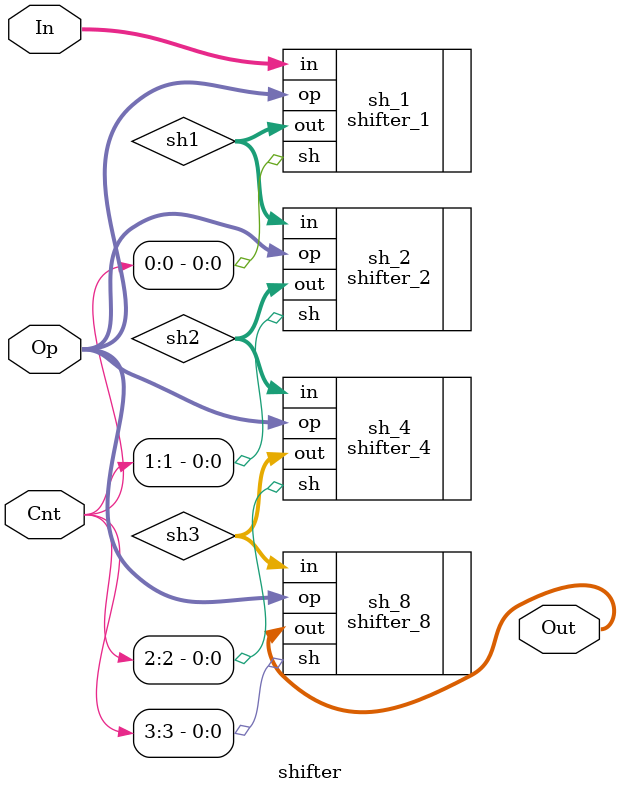
<source format=v>
module shifter (In, Cnt, Op, Out);
   
    input [15:0] In;
    input [3:0]  Cnt;
    input [2:0]  Op;
    output [15:0] Out;

    wire [15:0] sh1;
    wire [15:0] sh2;
    wire [15:0] sh3;
    wire [15:0] sh4;

    shifter_1 sh_1(.in(In), .op(Op), .sh(Cnt[0]), .out(sh1));
    shifter_2 sh_2(.in(sh1), .op(Op), .sh(Cnt[1]), .out(sh2));
    shifter_4 sh_4(.in(sh2), .op(Op), .sh(Cnt[2]), .out(sh3));
    shifter_8 sh_8(.in(sh3), .op(Op), .sh(Cnt[3]), .out(Out));

endmodule


</source>
